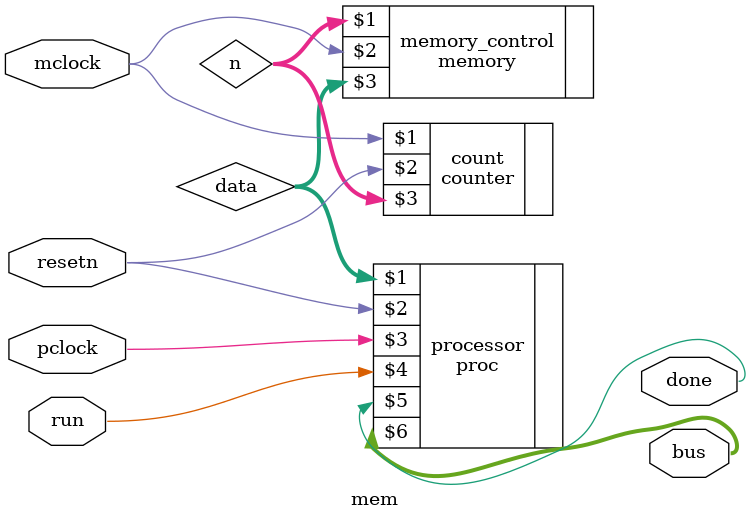
<source format=v>
/**
 * Embedded Systems (EECE6017C) - Lab 3
 * Simple Processor
 * Author(s): Alex Stephens <stephea5@mail.uc.edu> (AWS)
 *	      	  Josh Boroff <boroffja@mail.uc.edu> (JBB)
 *	      	  Adam Wilford <wilforaf@mail.uc.edu> (AFW)
 * Target FPGA: Altera Cyclone II 2C20 (EP2C20F484C7)
 * Tool: Quartus II 64-bit
 * Version: 13.0.1 sp1
 *
 * Development Log:
 * Date		Developer	Description
 * 09 18 13 				Initial development
 * 09 19 13	AWS			Added GPRs and associated control signals. Defined bus drivers.
 */

/**
 * Module mem - The top level module that contains the memory, counter, and proc to do processor operations to memory
 * mclock - the clock used for the memory 
 * pclock - the clock used for the processor
 * resetn - the reset button for the systems
 * run - the trigger used for running the system command
 * done - the signal released when an operation has completed
 * bus - the output of the bus lines 
 */
module mem(mclock, pclock, resetn, run, done, bus);
	
	input mclock, pclock, resetn, run;
	output done;
	output [8:0] bus;
	
	
	wire [4:0] n;//data wire between the counter module and the memory module
	wire [8:0] data;//data wire between memory and proc transfer
	
	counter count(mclock, resetn, n);//the module for counting
	
	memory memory_control(n, mclock, data);// the module for memory
	
	proc processor(data, resetn, pclock, run, done, bus);// the module for the processor
	
endmodule

</source>
